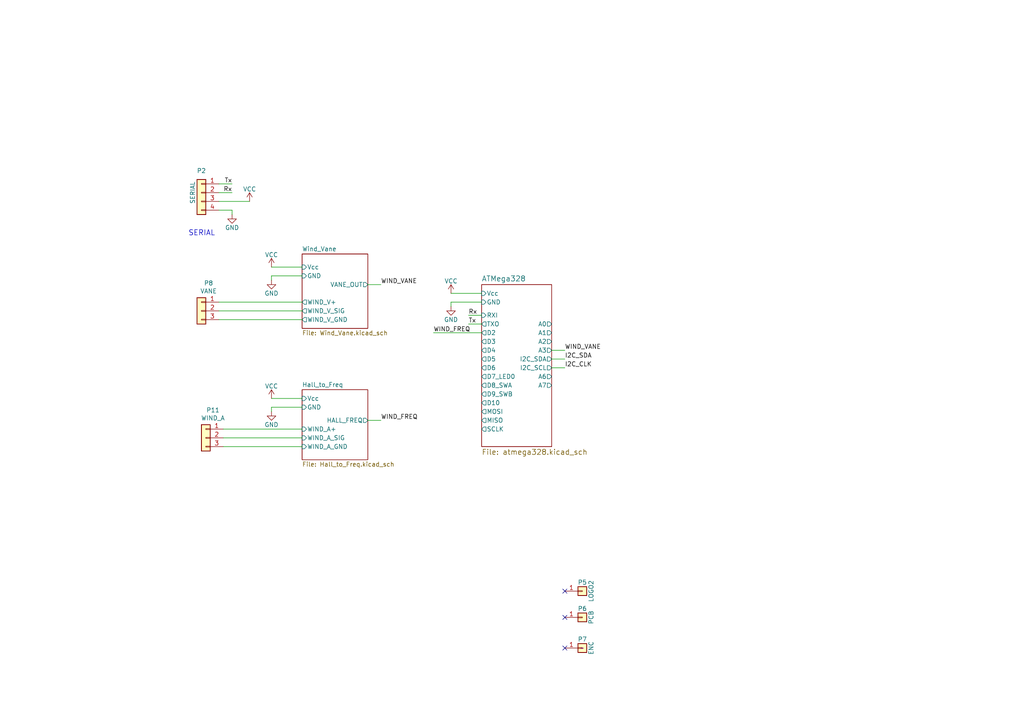
<source format=kicad_sch>
(kicad_sch (version 20231120) (generator "eeschema") (generator_version "8.0")
  (paper "A4")
  (lib_symbols
    (symbol "Connector_Generic:Conn_01x01" (pin_names (offset 1.016) hide)
      (property "Reference" "J" (at 0 2.54 0))
      (property "Value" "Conn_01x01" (at 0 -2.54 0))
      (symbol "Conn_01x01_1_1"
        (rectangle (start -1.27 0.127) (end 0 -0.127) (stroke (width 0.1524)))
        (rectangle (start -1.27 1.27) (end 1.27 -1.27) (stroke (width 0.254)) (fill (type background)))
        (pin passive line (at -5.08 0 0) (length 3.81) (name "Pin_1") (number "1"))
      )
    )
    (symbol "Connector_Generic:Conn_01x03" (pin_names (offset 1.016) hide)
      (property "Reference" "J" (at 0 5.08 0))
      (property "Value" "Conn_01x03" (at 0 -5.08 0))
      (symbol "Conn_01x03_1_1"
        (rectangle (start -1.27 -2.413) (end 0 -2.667) (stroke (width 0.1524)))
        (rectangle (start -1.27 0.127) (end 0 -0.127) (stroke (width 0.1524)))
        (rectangle (start -1.27 2.667) (end 0 2.413) (stroke (width 0.1524)))
        (rectangle (start -1.27 3.81) (end 1.27 -3.81) (stroke (width 0.254)) (fill (type background)))
        (pin passive line (at -5.08 2.54 0) (length 3.81) (name "Pin_1") (number "1"))
        (pin passive line (at -5.08 0 0) (length 3.81) (name "Pin_2") (number "2"))
        (pin passive line (at -5.08 -2.54 0) (length 3.81) (name "Pin_3") (number "3"))
      )
    )
    (symbol "Connector_Generic:Conn_01x04" (pin_names (offset 1.016) hide)
      (property "Reference" "J" (at 0 5.08 0))
      (property "Value" "Conn_01x04" (at 0 -7.62 0))
      (symbol "Conn_01x04_1_1"
        (rectangle (start -1.27 -4.953) (end 0 -5.207) (stroke (width 0.1524)))
        (rectangle (start -1.27 -2.413) (end 0 -2.667) (stroke (width 0.1524)))
        (rectangle (start -1.27 0.127) (end 0 -0.127) (stroke (width 0.1524)))
        (rectangle (start -1.27 2.667) (end 0 2.413) (stroke (width 0.1524)))
        (rectangle (start -1.27 3.81) (end 1.27 -6.35) (stroke (width 0.254)) (fill (type background)))
        (pin passive line (at -5.08 2.54 0) (length 3.81) (name "Pin_1") (number "1"))
        (pin passive line (at -5.08 0 0) (length 3.81) (name "Pin_2") (number "2"))
        (pin passive line (at -5.08 -2.54 0) (length 3.81) (name "Pin_3") (number "3"))
        (pin passive line (at -5.08 -5.08 0) (length 3.81) (name "Pin_4") (number "4"))
      )
    )
    (symbol "power:GND" (power) (pin_names (offset 0))
      (property "Value" "power_GND" (at 0 -3.81 0))
      (symbol "GND_0_1"
        (polyline (pts (xy 0 0) (xy 0 -1.27) (xy 1.27 -1.27) (xy 0 -2.54) (xy -1.27 -1.27) (xy 0 -1.27)))
      )
      (symbol "GND_1_1"
        (pin power_in line (at 0 0 270) (length 0) hide (name "GND") (number "1"))
      )
    )
    (symbol "power:VCC" (power) (pin_names (offset 0))
      (property "Value" "power_VCC" (at 0 3.81 0))
      (symbol "VCC_0_1"
        (polyline (pts (xy -0.762 1.27) (xy 0 2.54)))
        (polyline (pts (xy 0 0) (xy 0 2.54)))
        (polyline (pts (xy 0 2.54) (xy 0.762 1.27)))
      )
      (symbol "VCC_1_1"
        (pin power_in line (at 0 0 90) (length 0) hide (name "VCC") (number "1"))
      )
    )
  )
  (no_connect (at 163.83 171.45))
  (no_connect (at 163.83 179.07))
  (no_connect (at 163.83 187.96))
  (wire (pts (xy 106.68 82.55) (xy 110.49 82.55)))
  (wire (pts (xy 106.68 121.92) (xy 110.49 121.92)))
  (wire (pts (xy 67.31 55.88) (xy 63.5 55.88)))
  (wire (pts (xy 135.89 91.44) (xy 139.7 91.44)))
  (wire (pts (xy 130.81 87.63) (xy 139.7 87.63)))
  (wire (pts (xy 64.77 124.46) (xy 87.63 124.46)))
  (wire (pts (xy 160.02 101.6) (xy 163.83 101.6)))
  (wire (pts (xy 160.02 106.68) (xy 163.83 106.68)))
  (wire (pts (xy 67.31 60.96) (xy 67.31 62.23)))
  (wire (pts (xy 67.31 53.34) (xy 63.5 53.34)))
  (wire (pts (xy 87.63 127) (xy 64.77 127)))
  (wire (pts (xy 78.74 80.01) (xy 87.63 80.01)))
  (wire (pts (xy 78.74 77.47) (xy 87.63 77.47)))
  (wire (pts (xy 63.5 60.96) (xy 67.31 60.96)))
  (wire (pts (xy 78.74 115.57) (xy 87.63 115.57)))
  (wire (pts (xy 64.77 129.54) (xy 87.63 129.54)))
  (wire (pts (xy 78.74 118.11) (xy 87.63 118.11)))
  (wire (pts (xy 63.5 87.63) (xy 87.63 87.63)))
  (wire (pts (xy 139.7 96.52) (xy 125.73 96.52)))
  (wire (pts (xy 130.81 85.09) (xy 139.7 85.09)))
  (wire (pts (xy 78.74 80.01) (xy 78.74 81.28)))
  (wire (pts (xy 130.81 87.63) (xy 130.81 88.9)))
  (wire (pts (xy 160.02 104.14) (xy 163.83 104.14)))
  (wire (pts (xy 72.39 58.42) (xy 63.5 58.42)))
  (wire (pts (xy 63.5 92.71) (xy 87.63 92.71)))
  (wire (pts (xy 78.74 118.11) (xy 78.74 119.38)))
  (wire (pts (xy 135.89 93.98) (xy 139.7 93.98)))
  (wire (pts (xy 87.63 90.17) (xy 63.5 90.17)))
  (text "SERIAL" (at 54.61 68.58 0) (effects (font (size 1.524 1.524)) (justify left bottom)))
  (label "Tx" (at 67.31 53.34 180))
  (label "Rx" (at 135.89 91.44 0))
  (label "I2C_CLK" (at 163.83 106.68 0))
  (label "WIND_FREQ" (at 110.49 121.92 0))
  (label "Tx" (at 135.89 93.98 0))
  (label "WIND_FREQ" (at 125.73 96.52 0))
  (label "I2C_SDA" (at 163.83 104.14 0))
  (label "Rx" (at 67.31 55.88 180))
  (label "WIND_VANE" (at 110.49 82.55 0))
  (label "WIND_VANE" (at 163.83 101.6 0))
  (symbol (lib_id "Connector_Generic:Conn_01x01") (at 168.91 171.45 0) (unit 1)
    (property "Reference" "P5" (at 168.91 168.91 0))
    (property "Value" "LOGO2" (at 171.45 171.45 90))
    (property "Footprint" "CuriousElectric3:TCEC_Words_13mm" (effects (hide yes)))
  )
  (symbol (lib_id "Connector_Generic:Conn_01x01") (at 168.91 179.07 0) (unit 1)
    (property "Reference" "P6" (at 168.91 176.53 0))
    (property "Value" "PCB" (at 171.45 179.07 90))
    (property "Footprint" "REInnovationFootprint:PCB_45_45_Cut_Out_Solar_Sensor_2" (effects (hide yes)))
  )
  (symbol (lib_id "Connector_Generic:Conn_01x01") (at 168.91 187.96 0) (unit 1)
    (property "Reference" "P7" (at 168.91 185.42 0))
    (property "Value" "ENC" (at 171.45 187.96 90))
    (property "Datasheet" "https://www.rapidonline.com/pdf/30-3800e.pdf" (effects (hide yes)))
    (property "Notes" "~" (at 168.91 187.96 0) (effects (font (size 1.524 1.524))))
    (property "Supplier 1" "Rapid" (effects (hide yes)))
    (property "Supplier 1 Part No" "30-3804" (effects (hide yes)))
    (property "Supplier 1 Cost" "4.37" (effects (hide yes)))
  )
  (symbol (lib_id "Connector_Generic:Conn_01x04") (at 58.42 55.88 0) (mirror y) (unit 1)
    (property "Reference" "P2" (at 58.42 49.53 0))
    (property "Value" "SERIAL" (at 55.88 55.88 90))
    (property "Footprint" "REInnovationFootprint:SIL-4_Grove_SCREW" (effects (hide yes)))
  )
  (symbol (lib_id "power:GND") (at 67.31 62.23 0) (mirror y) (unit 1)
    (property "Reference" "#PWR01" (effects (hide yes)))
    (property "Value" "GND" (at 67.31 66.04 0))
  )
  (symbol (lib_id "power:VCC") (at 72.39 58.42 0) (mirror y) (unit 1)
    (property "Reference" "#PWR02" (effects (hide yes)))
    (property "Value" "VCC" (at 72.39 54.864 0))
  )
  (symbol (lib_id "power:GND") (at 130.81 88.9 0) (unit 1)
    (property "Reference" "#PWR08" (effects (hide yes)))
    (property "Value" "GND" (at 130.81 92.71 0))
  )
  (symbol (lib_id "power:VCC") (at 130.81 85.09 0) (unit 1)
    (property "Reference" "#PWR07" (effects (hide yes)))
    (property "Value" "VCC" (at 130.81 81.534 0))
  )
  (symbol (lib_id "power:GND") (at 78.74 119.38 0) (unit 1)
    (property "Reference" "#PWR0102" (effects (hide yes)))
    (property "Value" "GND" (at 78.74 123.19 0))
  )
  (symbol (lib_id "power:VCC") (at 78.74 115.57 0) (unit 1)
    (property "Reference" "#PWR0103" (effects (hide yes)))
    (property "Value" "VCC" (at 78.74 112.014 0))
  )
  (symbol (lib_id "Connector_Generic:Conn_01x03") (at 59.69 127 0) (mirror y) (unit 1)
    (property "Reference" "P11" (at 61.7728 118.9482 0))
    (property "Value" "WIND_A" (at 61.7728 121.2596 0))
    (property "Footprint" "REInnovationFootprint:SIL-3_screw_terminal" (effects (hide yes)))
  )
  (symbol (lib_id "power:GND") (at 78.74 81.28 0) (unit 1)
    (property "Reference" "#PWR06" (effects (hide yes)))
    (property "Value" "GND" (at 78.74 85.09 0))
  )
  (symbol (lib_id "power:VCC") (at 78.74 77.47 0) (unit 1)
    (property "Reference" "#PWR05" (effects (hide yes)))
    (property "Value" "VCC" (at 78.74 73.914 0))
  )
  (symbol (lib_id "Connector_Generic:Conn_01x03") (at 58.42 90.17 0) (mirror y) (unit 1)
    (property "Reference" "P8" (at 60.5028 82.1182 0))
    (property "Value" "VANE" (at 60.5028 84.4296 0))
    (property "Footprint" "REInnovationFootprint:SIL-3_screw_terminal" (effects (hide yes)))
  )
  (sheet (at 87.63 113.03) (size 19.05 20.32)
    (property "Sheetname" "Hall_to_Freq" (at 87.63 112.3184 0) (effects (justify left bottom)))
    (property "Sheetfile" "Hall_to_Freq.kicad_sch" (at 87.63 133.9346 0) (effects (justify left top)))
    (pin "Vcc" input (at 87.63 115.57 180))
    (pin "HALL_FREQ" output (at 106.68 121.92 0))
    (pin "GND" input (at 87.63 118.11 180))
    (pin "WIND_A+" input (at 87.63 124.46 180))
    (pin "WIND_A_GND" input (at 87.63 129.54 180))
    (pin "WIND_A_SIG" input (at 87.63 127 180))
  )
  (sheet (at 87.63 73.66) (size 19.05 21.59)
    (property "Sheetname" "Wind_Vane" (at 87.63 72.9484 0) (effects (justify left bottom)))
    (property "Sheetfile" "Wind_Vane.kicad_sch" (at 87.63 95.8346 0) (effects (justify left top)))
    (pin "Vcc" input (at 87.63 77.47 180))
    (pin "GND" input (at 87.63 80.01 180))
    (pin "VANE_OUT" output (at 106.68 82.55 0))
    (pin "WIND_V+" output (at 87.63 87.63 180))
    (pin "WIND_V_SIG" output (at 87.63 90.17 180))
    (pin "WIND_V_GND" output (at 87.63 92.71 180))
  )
  (sheet (at 139.7 82.55) (size 20.32 46.99)
    (property "Sheetname" "ATMega328" (at 139.7 81.7114 0) (effects (font (size 1.524 1.524)) (justify left bottom)))
    (property "Sheetfile" "atmega328.kicad_sch" (at 139.7 130.2262 0) (effects (font (size 1.524 1.524)) (justify left top)))
    (pin "Vcc" input (at 139.7 85.09 180))
    (pin "GND" input (at 139.7 87.63 180))
    (pin "I2C_SCL" output (at 160.02 106.68 0))
    (pin "I2C_SDA" output (at 160.02 104.14 0))
    (pin "RXI" input (at 139.7 91.44 180))
    (pin "TXO" output (at 139.7 93.98 180))
    (pin "D2" output (at 139.7 96.52 180))
    (pin "D3" output (at 139.7 99.06 180))
    (pin "D4" output (at 139.7 101.6 180))
    (pin "D5" output (at 139.7 104.14 180))
    (pin "D6" output (at 139.7 106.68 180))
    (pin "D7_LED0" output (at 139.7 109.22 180))
    (pin "A0" output (at 160.02 93.98 0))
    (pin "A1" output (at 160.02 96.52 0))
    (pin "A2" output (at 160.02 99.06 0))
    (pin "A3" output (at 160.02 101.6 0))
    (pin "A6" output (at 160.02 109.22 0))
    (pin "A7" output (at 160.02 111.76 0))
    (pin "D8_SWA" output (at 139.7 111.76 180))
    (pin "D9_SWB" output (at 139.7 114.3 180))
    (pin "D10" output (at 139.7 116.84 180))
    (pin "MOSI" output (at 139.7 119.38 180))
    (pin "MISO" output (at 139.7 121.92 180))
    (pin "SCLK" output (at 139.7 124.46 180))
  )
)
</source>
